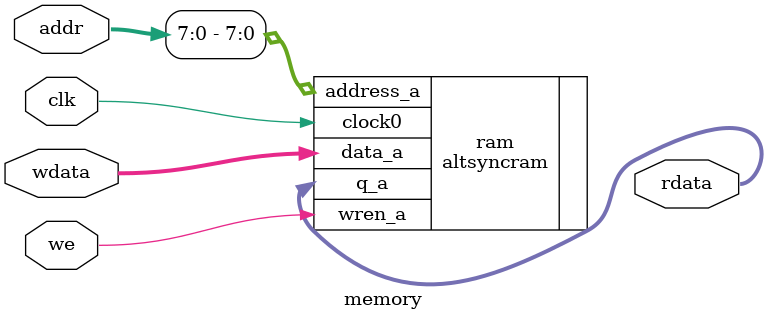
<source format=sv>
module memory (
  input logic clk,
  input logic we,
  input logic [31:0] addr,
  input logic [31:0] wdata,
  output logic [31:0] rdata
);

altsyncram #(
  .operation_mode("SINGLE_PORT"),
  .width_a(32),
  .widthad_a(8),
  .numwords_a(256),
  .lpm_type("altsyncram"),
  .outdata_reg_a("UNREGISTERED"),
  .address_aclr_a("NONE"),
  .outdata_aclr_a("NONE"),
  .indata_aclr_a("NONE"),
  .wrcontrol_aclr_a("NONE"),
  .byte_size(8),
  .read_during_write_mode_mixed_ports("DONT_CARE"),
  .init_file("memory.mif")
) ram (
  .clock0(clk),
  .wren_a(we),
  .address_a(addr[7:0]),
  .data_a(wdata),
  .q_a(rdata)
);

endmodule

</source>
